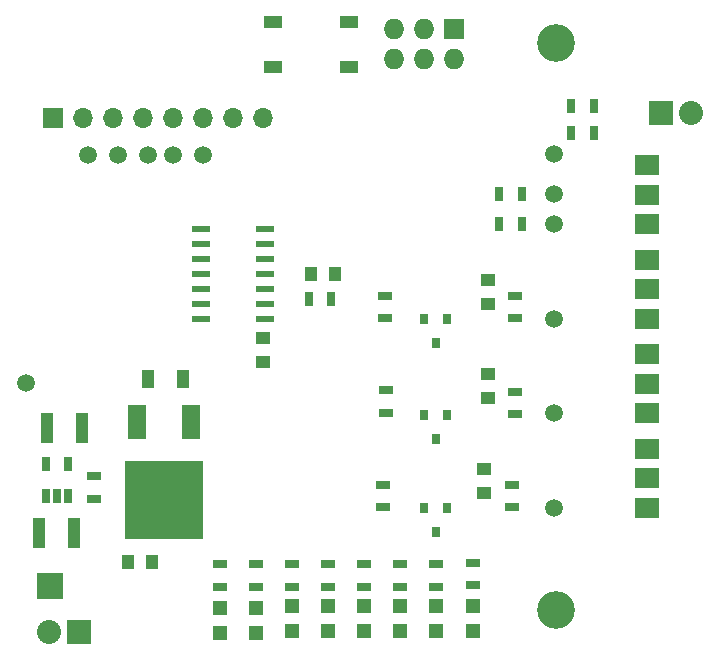
<source format=gts>
G04 #@! TF.FileFunction,Soldermask,Top*
%FSLAX46Y46*%
G04 Gerber Fmt 4.6, Leading zero omitted, Abs format (unit mm)*
G04 Created by KiCad (PCBNEW 4.0.2-4+6225~38~ubuntu14.04.1-stable) date Thu 05 Jan 2017 08:44:10 PM CET*
%MOMM*%
G01*
G04 APERTURE LIST*
%ADD10C,0.100000*%
%ADD11C,1.500000*%
%ADD12R,1.500000X0.600000*%
%ADD13R,1.300000X0.700000*%
%ADD14R,1.198880X1.198880*%
%ADD15R,1.250000X1.000000*%
%ADD16R,1.000000X1.250000*%
%ADD17R,1.000000X2.500000*%
%ADD18R,2.032000X2.032000*%
%ADD19O,2.032000X2.032000*%
%ADD20R,1.727200X1.727200*%
%ADD21O,1.727200X1.727200*%
%ADD22R,0.800000X0.900000*%
%ADD23R,0.700000X1.300000*%
%ADD24R,1.600000X1.000000*%
%ADD25R,6.700000X6.700000*%
%ADD26R,1.600000X3.000000*%
%ADD27R,0.740000X1.190000*%
%ADD28R,2.235200X2.235200*%
%ADD29R,1.000000X1.600000*%
%ADD30C,3.200000*%
%ADD31R,2.000000X1.700000*%
%ADD32R,1.700000X1.700000*%
%ADD33O,1.700000X1.700000*%
G04 APERTURE END LIST*
D10*
D11*
X104521000Y-135382000D03*
D12*
X114460000Y-149225000D03*
X114460000Y-147955000D03*
X114460000Y-146685000D03*
X114460000Y-145415000D03*
X114460000Y-144145000D03*
X114460000Y-142875000D03*
X114460000Y-141605000D03*
X109060000Y-141605000D03*
X109060000Y-142875000D03*
X109060000Y-144145000D03*
X109060000Y-145415000D03*
X109060000Y-146685000D03*
X109060000Y-147955000D03*
X109060000Y-149225000D03*
D13*
X116713000Y-169992000D03*
X116713000Y-171892000D03*
D14*
X116713000Y-173575980D03*
X116713000Y-175674020D03*
D15*
X114300000Y-150892000D03*
X114300000Y-152892000D03*
D16*
X102886000Y-169799000D03*
X104886000Y-169799000D03*
D17*
X95337500Y-167322500D03*
X98337500Y-167322500D03*
X95972500Y-158432500D03*
X98972500Y-158432500D03*
D15*
X132969000Y-163941000D03*
X132969000Y-161941000D03*
X133350000Y-155940000D03*
X133350000Y-153940000D03*
X133350000Y-147939000D03*
X133350000Y-145939000D03*
D14*
X110617000Y-173702980D03*
X110617000Y-175801020D03*
X113665000Y-173702980D03*
X113665000Y-175801020D03*
X125857000Y-173575980D03*
X125857000Y-175674020D03*
X128905000Y-173575980D03*
X128905000Y-175674020D03*
X132080000Y-173575980D03*
X132080000Y-175674020D03*
D18*
X98679000Y-175768000D03*
D19*
X96139000Y-175768000D03*
D18*
X148031200Y-131775200D03*
D19*
X150571200Y-131775200D03*
D20*
X130429000Y-124714000D03*
D21*
X130429000Y-127254000D03*
X127889000Y-124714000D03*
X127889000Y-127254000D03*
X125349000Y-124714000D03*
X125349000Y-127254000D03*
D22*
X129855000Y-165243000D03*
X127955000Y-165243000D03*
X128905000Y-167243000D03*
X129855000Y-157369000D03*
X127955000Y-157369000D03*
X128905000Y-159369000D03*
X129855000Y-149241000D03*
X127955000Y-149241000D03*
X128905000Y-151241000D03*
D23*
X118176000Y-147574000D03*
X120076000Y-147574000D03*
X136205000Y-138684000D03*
X134305000Y-138684000D03*
X136205000Y-141224000D03*
X134305000Y-141224000D03*
X140401000Y-131191000D03*
X142301000Y-131191000D03*
X140401000Y-133477000D03*
X142301000Y-133477000D03*
D13*
X100012500Y-164462500D03*
X100012500Y-162562500D03*
X110617000Y-169992000D03*
X110617000Y-171892000D03*
X113665000Y-169992000D03*
X113665000Y-171892000D03*
X124460000Y-163261000D03*
X124460000Y-165161000D03*
X124714000Y-155260000D03*
X124714000Y-157160000D03*
X124587000Y-147259000D03*
X124587000Y-149159000D03*
X125857000Y-171892000D03*
X125857000Y-169992000D03*
X128905000Y-171892000D03*
X128905000Y-169992000D03*
X132080000Y-171765000D03*
X132080000Y-169865000D03*
X135382000Y-165161000D03*
X135382000Y-163261000D03*
X135636000Y-157287000D03*
X135636000Y-155387000D03*
X135636000Y-149159000D03*
X135636000Y-147259000D03*
D24*
X121564000Y-127884000D03*
X115164000Y-127884000D03*
X121564000Y-124084000D03*
X115164000Y-124084000D03*
D11*
X138938000Y-135280400D03*
X138938000Y-138684000D03*
X138938000Y-141224000D03*
X94234000Y-154686000D03*
X138938000Y-165227000D03*
X138938000Y-157226000D03*
X138938000Y-149225000D03*
D25*
X105918000Y-164592000D03*
D26*
X103618000Y-157942000D03*
X108218000Y-157942000D03*
D27*
X95887500Y-161527500D03*
X97787500Y-161527500D03*
X96837500Y-164227500D03*
X95887500Y-164227500D03*
X97787500Y-164227500D03*
D14*
X119761000Y-173575980D03*
X119761000Y-175674020D03*
X122809000Y-173575980D03*
X122809000Y-175674020D03*
D13*
X119761000Y-169992000D03*
X119761000Y-171892000D03*
X122809000Y-169992000D03*
X122809000Y-171892000D03*
D28*
X96266000Y-171831000D03*
D11*
X99441000Y-135382000D03*
X101981000Y-135382000D03*
D29*
X104545000Y-154305000D03*
X107545000Y-154305000D03*
D30*
X139086000Y-125860000D03*
X139086000Y-173860000D03*
D16*
X118380000Y-145415000D03*
X120380000Y-145415000D03*
D31*
X146812000Y-141224000D03*
X146812000Y-138724000D03*
X146812000Y-136224000D03*
X146812000Y-144224000D03*
X146812000Y-146724000D03*
X146812000Y-149224000D03*
X146812000Y-152224000D03*
X146812000Y-154724000D03*
X146812000Y-157224000D03*
X146812000Y-160224000D03*
X146812000Y-162724000D03*
X146812000Y-165224000D03*
D32*
X96520000Y-132207000D03*
D33*
X99060000Y-132207000D03*
X101600000Y-132207000D03*
X104140000Y-132207000D03*
X106680000Y-132207000D03*
X109220000Y-132207000D03*
X111760000Y-132207000D03*
X114300000Y-132207000D03*
D11*
X106680000Y-135382000D03*
X109220000Y-135382000D03*
M02*

</source>
